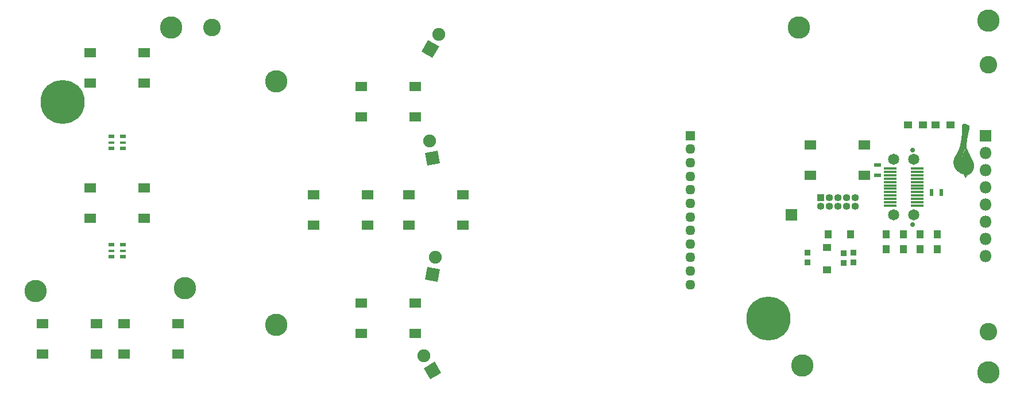
<source format=gbs>
%TF.GenerationSoftware,KiCad,Pcbnew,(5.0.0-3-g5ebb6b6)*%
%TF.CreationDate,2018-07-24T23:49:47-07:00*%
%TF.ProjectId,pyoven,70796F76656E2E6B696361645F706362,rev?*%
%TF.SameCoordinates,Original*%
%TF.FileFunction,Soldermask,Bot*%
%TF.FilePolarity,Negative*%
%FSLAX46Y46*%
G04 Gerber Fmt 4.6, Leading zero omitted, Abs format (unit mm)*
G04 Created by KiCad (PCBNEW (5.0.0-3-g5ebb6b6)) date Tuesday, July 24, 2018 at 11:49:47 PM*
%MOMM*%
%LPD*%
G01*
G04 APERTURE LIST*
%ADD10C,0.010000*%
%ADD11C,6.501600*%
%ADD12C,0.731600*%
%ADD13C,1.651600*%
%ADD14R,1.901600X0.371600*%
%ADD15R,0.851600X0.901600*%
%ADD16R,0.901600X0.601600*%
%ADD17R,0.901600X0.401600*%
%ADD18R,1.001600X0.601600*%
%ADD19R,0.601600X1.001600*%
%ADD20R,1.301600X1.001600*%
%ADD21R,1.001600X1.301600*%
%ADD22R,1.801600X1.801600*%
%ADD23R,1.651600X1.401600*%
%ADD24O,1.801600X1.801600*%
%ADD25C,1.901600*%
%ADD26C,0.100000*%
%ADD27O,1.101600X1.101600*%
%ADD28R,1.101600X1.101600*%
%ADD29C,3.301600*%
%ADD30C,2.601600*%
%ADD31O,1.451600X1.451600*%
%ADD32R,1.451600X1.451600*%
G04 APERTURE END LIST*
D10*
%TO.C,G\002A\002A\002A*%
G36*
X244276897Y-67358969D02*
X244275122Y-67321134D01*
X244272050Y-67285237D01*
X244267549Y-67249588D01*
X244261488Y-67212501D01*
X244256774Y-67187463D01*
X244249127Y-67150495D01*
X244240944Y-67115230D01*
X244231892Y-67080622D01*
X244221636Y-67045624D01*
X244209844Y-67009191D01*
X244196182Y-66970278D01*
X244180316Y-66927839D01*
X244161912Y-66880827D01*
X244147594Y-66845263D01*
X244128195Y-66798042D01*
X244108057Y-66750102D01*
X244086989Y-66701041D01*
X244064801Y-66650453D01*
X244041305Y-66597934D01*
X244016311Y-66543079D01*
X243989628Y-66485486D01*
X243961068Y-66424749D01*
X243930441Y-66360464D01*
X243897558Y-66292227D01*
X243862228Y-66219635D01*
X243824263Y-66142281D01*
X243783472Y-66059764D01*
X243739667Y-65971677D01*
X243710823Y-65913915D01*
X243670036Y-65832201D01*
X243632302Y-65756268D01*
X243597404Y-65685642D01*
X243565125Y-65619851D01*
X243535248Y-65558423D01*
X243507556Y-65500885D01*
X243481833Y-65446765D01*
X243457862Y-65395591D01*
X243435425Y-65346889D01*
X243414305Y-65300189D01*
X243394286Y-65255018D01*
X243375152Y-65210903D01*
X243356684Y-65167371D01*
X243338666Y-65123951D01*
X243320881Y-65080171D01*
X243303112Y-65035557D01*
X243285143Y-64989637D01*
X243278491Y-64972458D01*
X243269207Y-64948476D01*
X243260545Y-64926212D01*
X243252891Y-64906652D01*
X243246634Y-64890781D01*
X243242160Y-64879586D01*
X243239930Y-64874216D01*
X243235427Y-64864168D01*
X243216151Y-64879302D01*
X243202098Y-64891111D01*
X243184518Y-64907080D01*
X243164551Y-64926079D01*
X243143337Y-64946977D01*
X243122014Y-64968643D01*
X243101723Y-64989945D01*
X243083603Y-65009754D01*
X243076080Y-65018319D01*
X243014961Y-65093898D01*
X242956762Y-65175648D01*
X242901625Y-65263253D01*
X242849694Y-65356399D01*
X242801114Y-65454769D01*
X242756027Y-65558048D01*
X242714578Y-65665921D01*
X242676909Y-65778072D01*
X242643165Y-65894186D01*
X242613490Y-66013946D01*
X242604719Y-66053722D01*
X242592433Y-66112747D01*
X242581987Y-66166586D01*
X242573123Y-66216795D01*
X242565587Y-66264926D01*
X242559123Y-66312531D01*
X242553474Y-66361165D01*
X242552412Y-66371222D01*
X242550815Y-66391268D01*
X242549562Y-66416488D01*
X242548652Y-66445561D01*
X242548087Y-66477167D01*
X242547866Y-66509986D01*
X242547989Y-66542697D01*
X242548457Y-66573980D01*
X242549270Y-66602515D01*
X242550428Y-66626981D01*
X242551931Y-66646059D01*
X242552371Y-66649917D01*
X242563641Y-66720413D01*
X242579223Y-66785332D01*
X242599125Y-66844686D01*
X242623358Y-66898489D01*
X242651929Y-66946754D01*
X242684848Y-66989494D01*
X242722125Y-67026725D01*
X242763767Y-67058458D01*
X242809784Y-67084708D01*
X242856444Y-67104186D01*
X242884664Y-67113436D01*
X242910210Y-67120050D01*
X242935330Y-67124389D01*
X242962274Y-67126811D01*
X242993290Y-67127677D01*
X243003310Y-67127689D01*
X243060217Y-67127494D01*
X243062570Y-67150459D01*
X243064922Y-67173423D01*
X243030990Y-67223181D01*
X242981641Y-67222739D01*
X242923410Y-67218754D01*
X242866659Y-67207973D01*
X242811805Y-67190573D01*
X242759268Y-67166733D01*
X242709464Y-67136631D01*
X242662812Y-67100446D01*
X242635845Y-67075226D01*
X242599000Y-67034590D01*
X242566629Y-66990860D01*
X242538509Y-66943528D01*
X242514416Y-66892089D01*
X242494127Y-66836034D01*
X242477416Y-66774857D01*
X242464062Y-66708052D01*
X242458887Y-66674611D01*
X242456611Y-66653545D01*
X242454815Y-66626697D01*
X242453500Y-66595325D01*
X242452666Y-66560685D01*
X242452312Y-66524034D01*
X242452438Y-66486631D01*
X242453044Y-66449731D01*
X242454130Y-66414593D01*
X242455697Y-66382474D01*
X242457743Y-66354630D01*
X242458912Y-66343000D01*
X242474085Y-66228753D01*
X242493945Y-66113621D01*
X242518230Y-65998476D01*
X242546679Y-65884191D01*
X242579031Y-65771641D01*
X242615025Y-65661697D01*
X242654400Y-65555234D01*
X242696894Y-65453124D01*
X242742246Y-65356240D01*
X242770502Y-65301392D01*
X242817249Y-65218282D01*
X242866369Y-65139342D01*
X242917513Y-65065019D01*
X242970332Y-64995759D01*
X243024478Y-64932007D01*
X243079603Y-64874209D01*
X243135357Y-64822812D01*
X243161520Y-64801120D01*
X243179428Y-64786411D01*
X243191741Y-64775353D01*
X243198733Y-64767679D01*
X243200678Y-64763122D01*
X243200627Y-64762894D01*
X243196988Y-64748318D01*
X243192861Y-64727871D01*
X243188412Y-64702704D01*
X243183807Y-64673971D01*
X243179213Y-64642826D01*
X243174796Y-64610421D01*
X243170724Y-64577909D01*
X243167163Y-64546444D01*
X243164280Y-64517179D01*
X243163107Y-64503264D01*
X243161370Y-64473004D01*
X243160689Y-64439491D01*
X243161091Y-64402279D01*
X243162602Y-64360925D01*
X243165250Y-64314983D01*
X243169062Y-64264009D01*
X243174063Y-64207559D01*
X243180281Y-64145188D01*
X243187744Y-64076452D01*
X243190147Y-64055236D01*
X243201961Y-63957304D01*
X243215747Y-63852890D01*
X243231456Y-63742274D01*
X243249038Y-63625733D01*
X243268441Y-63503546D01*
X243289614Y-63375989D01*
X243312508Y-63243343D01*
X243337072Y-63105883D01*
X243363254Y-62963890D01*
X243391005Y-62817640D01*
X243420273Y-62667412D01*
X243451009Y-62513483D01*
X243483160Y-62356133D01*
X243516678Y-62195639D01*
X243551511Y-62032279D01*
X243587608Y-61866331D01*
X243593834Y-61838028D01*
X243600732Y-61806495D01*
X243607213Y-61776427D01*
X243613101Y-61748674D01*
X243618220Y-61724087D01*
X243622393Y-61703516D01*
X243625444Y-61687814D01*
X243627196Y-61677830D01*
X243627480Y-61675750D01*
X243627397Y-61648371D01*
X243621802Y-61619403D01*
X243611360Y-61590663D01*
X243596737Y-61563968D01*
X243578600Y-61541137D01*
X243577903Y-61540423D01*
X243565542Y-61529666D01*
X243547416Y-61516441D01*
X243524218Y-61501127D01*
X243496638Y-61484102D01*
X243465367Y-61465747D01*
X243431098Y-61446438D01*
X243394521Y-61426556D01*
X243356329Y-61406479D01*
X243317211Y-61386585D01*
X243277861Y-61367253D01*
X243238969Y-61348863D01*
X243201226Y-61331792D01*
X243181112Y-61323062D01*
X243112172Y-61295582D01*
X243047247Y-61273705D01*
X242986369Y-61257436D01*
X242929572Y-61246780D01*
X242876888Y-61241742D01*
X242828350Y-61242326D01*
X242783992Y-61248538D01*
X242745645Y-61259697D01*
X242725383Y-61269279D01*
X242703470Y-61282842D01*
X242682372Y-61298641D01*
X242664559Y-61314928D01*
X242659140Y-61320911D01*
X242647229Y-61336300D01*
X242636713Y-61352919D01*
X242627482Y-61371311D01*
X242619426Y-61392022D01*
X242612435Y-61415594D01*
X242606398Y-61442573D01*
X242601206Y-61473502D01*
X242596748Y-61508926D01*
X242592914Y-61549388D01*
X242589595Y-61595433D01*
X242586679Y-61647604D01*
X242584818Y-61688097D01*
X242584039Y-61707868D01*
X242583124Y-61733696D01*
X242582103Y-61764584D01*
X242581006Y-61799536D01*
X242579863Y-61837554D01*
X242578706Y-61877643D01*
X242577563Y-61918805D01*
X242576466Y-61960044D01*
X242575930Y-61980903D01*
X242573135Y-62086868D01*
X242570272Y-62186377D01*
X242567312Y-62280029D01*
X242564226Y-62368424D01*
X242560984Y-62452160D01*
X242557556Y-62531838D01*
X242553914Y-62608056D01*
X242550028Y-62681413D01*
X242545868Y-62752509D01*
X242541405Y-62821944D01*
X242536610Y-62890317D01*
X242531452Y-62958226D01*
X242525904Y-63026271D01*
X242522832Y-63062167D01*
X242508516Y-63214575D01*
X242492499Y-63361084D01*
X242474574Y-63502686D01*
X242454538Y-63640371D01*
X242432187Y-63775131D01*
X242407314Y-63907958D01*
X242379717Y-64039844D01*
X242349189Y-64171779D01*
X242315527Y-64304756D01*
X242278526Y-64439766D01*
X242237982Y-64577801D01*
X242193689Y-64719851D01*
X242158484Y-64827819D01*
X242139585Y-64884471D01*
X242121819Y-64936899D01*
X242104921Y-64985676D01*
X242088623Y-65031373D01*
X242072660Y-65074563D01*
X242056765Y-65115816D01*
X242040673Y-65155705D01*
X242024116Y-65194801D01*
X242006830Y-65233675D01*
X241988548Y-65272901D01*
X241969003Y-65313048D01*
X241947929Y-65354690D01*
X241925061Y-65398398D01*
X241900131Y-65444743D01*
X241872875Y-65494297D01*
X241843025Y-65547632D01*
X241810316Y-65605320D01*
X241774481Y-65667932D01*
X241737185Y-65732694D01*
X241708257Y-65782887D01*
X241682550Y-65827657D01*
X241659702Y-65867661D01*
X241639352Y-65903555D01*
X241621137Y-65935994D01*
X241604697Y-65965635D01*
X241589670Y-65993134D01*
X241575693Y-66019147D01*
X241562406Y-66044330D01*
X241549446Y-66069338D01*
X241536451Y-66094828D01*
X241525180Y-66117222D01*
X241493259Y-66182539D01*
X241465298Y-66243326D01*
X241440936Y-66300631D01*
X241419812Y-66355499D01*
X241401564Y-66408978D01*
X241385831Y-66462115D01*
X241372252Y-66515957D01*
X241360463Y-66571551D01*
X241351906Y-66619025D01*
X241342525Y-66678301D01*
X241335151Y-66732886D01*
X241329623Y-66784804D01*
X241325777Y-66836074D01*
X241323450Y-66888721D01*
X241322478Y-66944766D01*
X241322491Y-66983292D01*
X241322691Y-67009880D01*
X241322949Y-67034924D01*
X241323249Y-67057330D01*
X241323574Y-67076003D01*
X241323908Y-67089851D01*
X241324233Y-67097777D01*
X241324245Y-67097944D01*
X241333260Y-67188991D01*
X241346904Y-67278800D01*
X241364958Y-67366515D01*
X241387202Y-67451282D01*
X241413417Y-67532244D01*
X241443381Y-67608545D01*
X241470183Y-67666209D01*
X241517081Y-67752043D01*
X241570623Y-67835670D01*
X241630727Y-67917012D01*
X241697310Y-67995994D01*
X241770292Y-68072539D01*
X241849589Y-68146571D01*
X241935121Y-68218015D01*
X242026804Y-68286793D01*
X242124558Y-68352829D01*
X242228299Y-68416048D01*
X242337947Y-68476373D01*
X242346254Y-68480700D01*
X242421266Y-68517707D01*
X242499011Y-68552221D01*
X242580420Y-68584600D01*
X242666426Y-68615202D01*
X242757961Y-68644388D01*
X242814242Y-68660890D01*
X242840831Y-68668457D01*
X242939956Y-68914194D01*
X242955931Y-68953671D01*
X242971209Y-68991187D01*
X242985578Y-69026234D01*
X242998827Y-69058306D01*
X243010743Y-69086898D01*
X243021113Y-69111502D01*
X243029726Y-69131612D01*
X243036370Y-69146722D01*
X243040832Y-69156326D01*
X243042899Y-69159917D01*
X243042945Y-69159931D01*
X243045822Y-69157356D01*
X243053035Y-69149885D01*
X243064238Y-69137902D01*
X243079083Y-69121787D01*
X243097224Y-69101922D01*
X243118314Y-69078690D01*
X243142006Y-69052471D01*
X243167952Y-69023649D01*
X243195807Y-68992605D01*
X243225222Y-68959720D01*
X243248034Y-68934153D01*
X243449259Y-68708375D01*
X243488978Y-68693997D01*
X243559052Y-68665662D01*
X243625955Y-68632414D01*
X243690293Y-68593848D01*
X243752676Y-68549555D01*
X243813713Y-68499130D01*
X243874010Y-68442165D01*
X243890083Y-68425776D01*
X243950261Y-68358462D01*
X244005941Y-68285870D01*
X244056990Y-68208266D01*
X244103278Y-68125914D01*
X244144670Y-68039079D01*
X244181036Y-67948026D01*
X244212242Y-67853021D01*
X244238158Y-67754329D01*
X244248166Y-67708250D01*
X244256803Y-67663853D01*
X244263573Y-67624131D01*
X244268705Y-67587021D01*
X244272428Y-67550460D01*
X244274971Y-67512386D01*
X244276561Y-67470735D01*
X244277084Y-67447194D01*
X244277507Y-67400426D01*
X244276897Y-67358969D01*
X244276897Y-67358969D01*
G37*
X244276897Y-67358969D02*
X244275122Y-67321134D01*
X244272050Y-67285237D01*
X244267549Y-67249588D01*
X244261488Y-67212501D01*
X244256774Y-67187463D01*
X244249127Y-67150495D01*
X244240944Y-67115230D01*
X244231892Y-67080622D01*
X244221636Y-67045624D01*
X244209844Y-67009191D01*
X244196182Y-66970278D01*
X244180316Y-66927839D01*
X244161912Y-66880827D01*
X244147594Y-66845263D01*
X244128195Y-66798042D01*
X244108057Y-66750102D01*
X244086989Y-66701041D01*
X244064801Y-66650453D01*
X244041305Y-66597934D01*
X244016311Y-66543079D01*
X243989628Y-66485486D01*
X243961068Y-66424749D01*
X243930441Y-66360464D01*
X243897558Y-66292227D01*
X243862228Y-66219635D01*
X243824263Y-66142281D01*
X243783472Y-66059764D01*
X243739667Y-65971677D01*
X243710823Y-65913915D01*
X243670036Y-65832201D01*
X243632302Y-65756268D01*
X243597404Y-65685642D01*
X243565125Y-65619851D01*
X243535248Y-65558423D01*
X243507556Y-65500885D01*
X243481833Y-65446765D01*
X243457862Y-65395591D01*
X243435425Y-65346889D01*
X243414305Y-65300189D01*
X243394286Y-65255018D01*
X243375152Y-65210903D01*
X243356684Y-65167371D01*
X243338666Y-65123951D01*
X243320881Y-65080171D01*
X243303112Y-65035557D01*
X243285143Y-64989637D01*
X243278491Y-64972458D01*
X243269207Y-64948476D01*
X243260545Y-64926212D01*
X243252891Y-64906652D01*
X243246634Y-64890781D01*
X243242160Y-64879586D01*
X243239930Y-64874216D01*
X243235427Y-64864168D01*
X243216151Y-64879302D01*
X243202098Y-64891111D01*
X243184518Y-64907080D01*
X243164551Y-64926079D01*
X243143337Y-64946977D01*
X243122014Y-64968643D01*
X243101723Y-64989945D01*
X243083603Y-65009754D01*
X243076080Y-65018319D01*
X243014961Y-65093898D01*
X242956762Y-65175648D01*
X242901625Y-65263253D01*
X242849694Y-65356399D01*
X242801114Y-65454769D01*
X242756027Y-65558048D01*
X242714578Y-65665921D01*
X242676909Y-65778072D01*
X242643165Y-65894186D01*
X242613490Y-66013946D01*
X242604719Y-66053722D01*
X242592433Y-66112747D01*
X242581987Y-66166586D01*
X242573123Y-66216795D01*
X242565587Y-66264926D01*
X242559123Y-66312531D01*
X242553474Y-66361165D01*
X242552412Y-66371222D01*
X242550815Y-66391268D01*
X242549562Y-66416488D01*
X242548652Y-66445561D01*
X242548087Y-66477167D01*
X242547866Y-66509986D01*
X242547989Y-66542697D01*
X242548457Y-66573980D01*
X242549270Y-66602515D01*
X242550428Y-66626981D01*
X242551931Y-66646059D01*
X242552371Y-66649917D01*
X242563641Y-66720413D01*
X242579223Y-66785332D01*
X242599125Y-66844686D01*
X242623358Y-66898489D01*
X242651929Y-66946754D01*
X242684848Y-66989494D01*
X242722125Y-67026725D01*
X242763767Y-67058458D01*
X242809784Y-67084708D01*
X242856444Y-67104186D01*
X242884664Y-67113436D01*
X242910210Y-67120050D01*
X242935330Y-67124389D01*
X242962274Y-67126811D01*
X242993290Y-67127677D01*
X243003310Y-67127689D01*
X243060217Y-67127494D01*
X243062570Y-67150459D01*
X243064922Y-67173423D01*
X243030990Y-67223181D01*
X242981641Y-67222739D01*
X242923410Y-67218754D01*
X242866659Y-67207973D01*
X242811805Y-67190573D01*
X242759268Y-67166733D01*
X242709464Y-67136631D01*
X242662812Y-67100446D01*
X242635845Y-67075226D01*
X242599000Y-67034590D01*
X242566629Y-66990860D01*
X242538509Y-66943528D01*
X242514416Y-66892089D01*
X242494127Y-66836034D01*
X242477416Y-66774857D01*
X242464062Y-66708052D01*
X242458887Y-66674611D01*
X242456611Y-66653545D01*
X242454815Y-66626697D01*
X242453500Y-66595325D01*
X242452666Y-66560685D01*
X242452312Y-66524034D01*
X242452438Y-66486631D01*
X242453044Y-66449731D01*
X242454130Y-66414593D01*
X242455697Y-66382474D01*
X242457743Y-66354630D01*
X242458912Y-66343000D01*
X242474085Y-66228753D01*
X242493945Y-66113621D01*
X242518230Y-65998476D01*
X242546679Y-65884191D01*
X242579031Y-65771641D01*
X242615025Y-65661697D01*
X242654400Y-65555234D01*
X242696894Y-65453124D01*
X242742246Y-65356240D01*
X242770502Y-65301392D01*
X242817249Y-65218282D01*
X242866369Y-65139342D01*
X242917513Y-65065019D01*
X242970332Y-64995759D01*
X243024478Y-64932007D01*
X243079603Y-64874209D01*
X243135357Y-64822812D01*
X243161520Y-64801120D01*
X243179428Y-64786411D01*
X243191741Y-64775353D01*
X243198733Y-64767679D01*
X243200678Y-64763122D01*
X243200627Y-64762894D01*
X243196988Y-64748318D01*
X243192861Y-64727871D01*
X243188412Y-64702704D01*
X243183807Y-64673971D01*
X243179213Y-64642826D01*
X243174796Y-64610421D01*
X243170724Y-64577909D01*
X243167163Y-64546444D01*
X243164280Y-64517179D01*
X243163107Y-64503264D01*
X243161370Y-64473004D01*
X243160689Y-64439491D01*
X243161091Y-64402279D01*
X243162602Y-64360925D01*
X243165250Y-64314983D01*
X243169062Y-64264009D01*
X243174063Y-64207559D01*
X243180281Y-64145188D01*
X243187744Y-64076452D01*
X243190147Y-64055236D01*
X243201961Y-63957304D01*
X243215747Y-63852890D01*
X243231456Y-63742274D01*
X243249038Y-63625733D01*
X243268441Y-63503546D01*
X243289614Y-63375989D01*
X243312508Y-63243343D01*
X243337072Y-63105883D01*
X243363254Y-62963890D01*
X243391005Y-62817640D01*
X243420273Y-62667412D01*
X243451009Y-62513483D01*
X243483160Y-62356133D01*
X243516678Y-62195639D01*
X243551511Y-62032279D01*
X243587608Y-61866331D01*
X243593834Y-61838028D01*
X243600732Y-61806495D01*
X243607213Y-61776427D01*
X243613101Y-61748674D01*
X243618220Y-61724087D01*
X243622393Y-61703516D01*
X243625444Y-61687814D01*
X243627196Y-61677830D01*
X243627480Y-61675750D01*
X243627397Y-61648371D01*
X243621802Y-61619403D01*
X243611360Y-61590663D01*
X243596737Y-61563968D01*
X243578600Y-61541137D01*
X243577903Y-61540423D01*
X243565542Y-61529666D01*
X243547416Y-61516441D01*
X243524218Y-61501127D01*
X243496638Y-61484102D01*
X243465367Y-61465747D01*
X243431098Y-61446438D01*
X243394521Y-61426556D01*
X243356329Y-61406479D01*
X243317211Y-61386585D01*
X243277861Y-61367253D01*
X243238969Y-61348863D01*
X243201226Y-61331792D01*
X243181112Y-61323062D01*
X243112172Y-61295582D01*
X243047247Y-61273705D01*
X242986369Y-61257436D01*
X242929572Y-61246780D01*
X242876888Y-61241742D01*
X242828350Y-61242326D01*
X242783992Y-61248538D01*
X242745645Y-61259697D01*
X242725383Y-61269279D01*
X242703470Y-61282842D01*
X242682372Y-61298641D01*
X242664559Y-61314928D01*
X242659140Y-61320911D01*
X242647229Y-61336300D01*
X242636713Y-61352919D01*
X242627482Y-61371311D01*
X242619426Y-61392022D01*
X242612435Y-61415594D01*
X242606398Y-61442573D01*
X242601206Y-61473502D01*
X242596748Y-61508926D01*
X242592914Y-61549388D01*
X242589595Y-61595433D01*
X242586679Y-61647604D01*
X242584818Y-61688097D01*
X242584039Y-61707868D01*
X242583124Y-61733696D01*
X242582103Y-61764584D01*
X242581006Y-61799536D01*
X242579863Y-61837554D01*
X242578706Y-61877643D01*
X242577563Y-61918805D01*
X242576466Y-61960044D01*
X242575930Y-61980903D01*
X242573135Y-62086868D01*
X242570272Y-62186377D01*
X242567312Y-62280029D01*
X242564226Y-62368424D01*
X242560984Y-62452160D01*
X242557556Y-62531838D01*
X242553914Y-62608056D01*
X242550028Y-62681413D01*
X242545868Y-62752509D01*
X242541405Y-62821944D01*
X242536610Y-62890317D01*
X242531452Y-62958226D01*
X242525904Y-63026271D01*
X242522832Y-63062167D01*
X242508516Y-63214575D01*
X242492499Y-63361084D01*
X242474574Y-63502686D01*
X242454538Y-63640371D01*
X242432187Y-63775131D01*
X242407314Y-63907958D01*
X242379717Y-64039844D01*
X242349189Y-64171779D01*
X242315527Y-64304756D01*
X242278526Y-64439766D01*
X242237982Y-64577801D01*
X242193689Y-64719851D01*
X242158484Y-64827819D01*
X242139585Y-64884471D01*
X242121819Y-64936899D01*
X242104921Y-64985676D01*
X242088623Y-65031373D01*
X242072660Y-65074563D01*
X242056765Y-65115816D01*
X242040673Y-65155705D01*
X242024116Y-65194801D01*
X242006830Y-65233675D01*
X241988548Y-65272901D01*
X241969003Y-65313048D01*
X241947929Y-65354690D01*
X241925061Y-65398398D01*
X241900131Y-65444743D01*
X241872875Y-65494297D01*
X241843025Y-65547632D01*
X241810316Y-65605320D01*
X241774481Y-65667932D01*
X241737185Y-65732694D01*
X241708257Y-65782887D01*
X241682550Y-65827657D01*
X241659702Y-65867661D01*
X241639352Y-65903555D01*
X241621137Y-65935994D01*
X241604697Y-65965635D01*
X241589670Y-65993134D01*
X241575693Y-66019147D01*
X241562406Y-66044330D01*
X241549446Y-66069338D01*
X241536451Y-66094828D01*
X241525180Y-66117222D01*
X241493259Y-66182539D01*
X241465298Y-66243326D01*
X241440936Y-66300631D01*
X241419812Y-66355499D01*
X241401564Y-66408978D01*
X241385831Y-66462115D01*
X241372252Y-66515957D01*
X241360463Y-66571551D01*
X241351906Y-66619025D01*
X241342525Y-66678301D01*
X241335151Y-66732886D01*
X241329623Y-66784804D01*
X241325777Y-66836074D01*
X241323450Y-66888721D01*
X241322478Y-66944766D01*
X241322491Y-66983292D01*
X241322691Y-67009880D01*
X241322949Y-67034924D01*
X241323249Y-67057330D01*
X241323574Y-67076003D01*
X241323908Y-67089851D01*
X241324233Y-67097777D01*
X241324245Y-67097944D01*
X241333260Y-67188991D01*
X241346904Y-67278800D01*
X241364958Y-67366515D01*
X241387202Y-67451282D01*
X241413417Y-67532244D01*
X241443381Y-67608545D01*
X241470183Y-67666209D01*
X241517081Y-67752043D01*
X241570623Y-67835670D01*
X241630727Y-67917012D01*
X241697310Y-67995994D01*
X241770292Y-68072539D01*
X241849589Y-68146571D01*
X241935121Y-68218015D01*
X242026804Y-68286793D01*
X242124558Y-68352829D01*
X242228299Y-68416048D01*
X242337947Y-68476373D01*
X242346254Y-68480700D01*
X242421266Y-68517707D01*
X242499011Y-68552221D01*
X242580420Y-68584600D01*
X242666426Y-68615202D01*
X242757961Y-68644388D01*
X242814242Y-68660890D01*
X242840831Y-68668457D01*
X242939956Y-68914194D01*
X242955931Y-68953671D01*
X242971209Y-68991187D01*
X242985578Y-69026234D01*
X242998827Y-69058306D01*
X243010743Y-69086898D01*
X243021113Y-69111502D01*
X243029726Y-69131612D01*
X243036370Y-69146722D01*
X243040832Y-69156326D01*
X243042899Y-69159917D01*
X243042945Y-69159931D01*
X243045822Y-69157356D01*
X243053035Y-69149885D01*
X243064238Y-69137902D01*
X243079083Y-69121787D01*
X243097224Y-69101922D01*
X243118314Y-69078690D01*
X243142006Y-69052471D01*
X243167952Y-69023649D01*
X243195807Y-68992605D01*
X243225222Y-68959720D01*
X243248034Y-68934153D01*
X243449259Y-68708375D01*
X243488978Y-68693997D01*
X243559052Y-68665662D01*
X243625955Y-68632414D01*
X243690293Y-68593848D01*
X243752676Y-68549555D01*
X243813713Y-68499130D01*
X243874010Y-68442165D01*
X243890083Y-68425776D01*
X243950261Y-68358462D01*
X244005941Y-68285870D01*
X244056990Y-68208266D01*
X244103278Y-68125914D01*
X244144670Y-68039079D01*
X244181036Y-67948026D01*
X244212242Y-67853021D01*
X244238158Y-67754329D01*
X244248166Y-67708250D01*
X244256803Y-67663853D01*
X244263573Y-67624131D01*
X244268705Y-67587021D01*
X244272428Y-67550460D01*
X244274971Y-67512386D01*
X244276561Y-67470735D01*
X244277084Y-67447194D01*
X244277507Y-67400426D01*
X244276897Y-67358969D01*
%TD*%
D11*
%TO.C,J13*%
X110000000Y-58000000D03*
%TD*%
%TO.C,J10*%
X214000000Y-90000000D03*
%TD*%
D12*
%TO.C,J1*%
X235300000Y-76100000D03*
X235300000Y-65100000D03*
D13*
X235470000Y-74700000D03*
X232530000Y-74700000D03*
X235470000Y-66500000D03*
X232530000Y-66500000D03*
D14*
X236000000Y-73350000D03*
X236000000Y-72850000D03*
X236000000Y-72350000D03*
X236000000Y-71850000D03*
X236000000Y-71350000D03*
X236000000Y-70850000D03*
X236000000Y-70350000D03*
X236000000Y-69850000D03*
X236000000Y-69350000D03*
X236000000Y-68850000D03*
X236000000Y-68350000D03*
X236000000Y-67850000D03*
X232000000Y-67850000D03*
X232000000Y-68350000D03*
X232000000Y-68850000D03*
X232000000Y-69350000D03*
X232000000Y-69850000D03*
X232000000Y-70350000D03*
X232000000Y-70850000D03*
X232000000Y-71350000D03*
X232000000Y-71850000D03*
X232000000Y-72350000D03*
X232000000Y-72850000D03*
X232000000Y-73350000D03*
%TD*%
D15*
%TO.C,C18*%
X226600000Y-81750000D03*
X226600000Y-80250000D03*
%TD*%
D16*
%TO.C,LED2*%
X118850000Y-80900000D03*
D17*
X118850000Y-80000000D03*
D16*
X118850000Y-79100000D03*
X117150000Y-79100000D03*
D17*
X117150000Y-80000000D03*
D16*
X117150000Y-80900000D03*
%TD*%
%TO.C,LED1*%
X118850000Y-64900000D03*
D17*
X118850000Y-64000000D03*
D16*
X118850000Y-63100000D03*
X117150000Y-63100000D03*
D17*
X117150000Y-64000000D03*
D16*
X117150000Y-64900000D03*
%TD*%
D18*
%TO.C,R21*%
X230100000Y-68850000D03*
X230100000Y-67350000D03*
%TD*%
D19*
%TO.C,R22*%
X239550000Y-71400000D03*
X238050000Y-71400000D03*
%TD*%
D20*
%TO.C,D3*%
X222700000Y-79550000D03*
X222700000Y-82850000D03*
%TD*%
D21*
%TO.C,D4*%
X222850000Y-77600000D03*
X226150000Y-77600000D03*
%TD*%
%TO.C,D9*%
X231400000Y-77600000D03*
X231400000Y-79800000D03*
%TD*%
%TO.C,D10*%
X233900000Y-79800000D03*
X233900000Y-77600000D03*
%TD*%
%TO.C,D11*%
X236400000Y-77600000D03*
X236400000Y-79800000D03*
%TD*%
%TO.C,D12*%
X238900000Y-79800000D03*
X238900000Y-77600000D03*
%TD*%
D22*
%TO.C,J17*%
X217400000Y-74700000D03*
%TD*%
D20*
%TO.C,R23*%
X234600000Y-61400000D03*
X236800000Y-61400000D03*
%TD*%
%TO.C,R24*%
X240900000Y-61400000D03*
X238700000Y-61400000D03*
%TD*%
D23*
%TO.C,SW9*%
X220220000Y-68850000D03*
X220220000Y-64350000D03*
X228180000Y-64350000D03*
X228180000Y-68850000D03*
%TD*%
D24*
%TO.C,J3*%
X246000000Y-80780000D03*
X246000000Y-78240000D03*
X246000000Y-75700000D03*
X246000000Y-73160000D03*
X246000000Y-70620000D03*
X246000000Y-68080000D03*
X246000000Y-65540000D03*
D22*
X246000000Y-63000000D03*
%TD*%
D25*
%TO.C,D2*%
X164500000Y-66300000D03*
D26*
G36*
X165601460Y-67071251D02*
X163728749Y-67401460D01*
X163398540Y-65528749D01*
X165271251Y-65198540D01*
X165601460Y-67071251D01*
X165601460Y-67071251D01*
G37*
D25*
X164058934Y-63798588D03*
%TD*%
%TO.C,D5*%
X164941066Y-80998588D03*
X164500000Y-83500000D03*
D26*
G36*
X165271251Y-84601460D02*
X163398540Y-84271251D01*
X163728749Y-82398540D01*
X165601460Y-82728749D01*
X165271251Y-84601460D01*
X165271251Y-84601460D01*
G37*
%TD*%
D25*
%TO.C,D6*%
X164200000Y-50200000D03*
D26*
G36*
X164548017Y-51498817D02*
X162901183Y-50548017D01*
X163851983Y-48901183D01*
X165498817Y-49851983D01*
X164548017Y-51498817D01*
X164548017Y-51498817D01*
G37*
D25*
X165470000Y-48000295D03*
%TD*%
%TO.C,D7*%
X163230000Y-95500295D03*
X164500000Y-97700000D03*
D26*
G36*
X165798817Y-98048017D02*
X164151983Y-98998817D01*
X163201183Y-97351983D01*
X164848017Y-96401183D01*
X165798817Y-98048017D01*
X165798817Y-98048017D01*
G37*
%TD*%
D27*
%TO.C,J19*%
X226780000Y-73470000D03*
X226780000Y-72200000D03*
X225510000Y-73470000D03*
X225510000Y-72200000D03*
X224240000Y-73470000D03*
X224240000Y-72200000D03*
X222970000Y-73470000D03*
X222970000Y-72200000D03*
X221700000Y-73470000D03*
D28*
X221700000Y-72200000D03*
%TD*%
D29*
%TO.C,J15*%
X141500000Y-91000000D03*
%TD*%
D30*
%TO.C,J12*%
X132000000Y-47000000D03*
%TD*%
D29*
%TO.C,J16*%
X128000000Y-85500000D03*
%TD*%
%TO.C,J14*%
X141500000Y-55000000D03*
%TD*%
%TO.C,J18*%
X126000000Y-47000000D03*
%TD*%
%TO.C,J11*%
X106000000Y-86000000D03*
%TD*%
D23*
%TO.C,SW8*%
X161020000Y-71750000D03*
X161020000Y-76250000D03*
X168980000Y-76250000D03*
X168980000Y-71750000D03*
%TD*%
%TO.C,SW7*%
X161980000Y-55750000D03*
X161980000Y-60250000D03*
X154020000Y-60250000D03*
X154020000Y-55750000D03*
%TD*%
%TO.C,SW6*%
X154020000Y-87750000D03*
X154020000Y-92250000D03*
X161980000Y-92250000D03*
X161980000Y-87750000D03*
%TD*%
%TO.C,SW5*%
X154980000Y-71750000D03*
X154980000Y-76250000D03*
X147020000Y-76250000D03*
X147020000Y-71750000D03*
%TD*%
%TO.C,SW4*%
X119020000Y-90750000D03*
X119020000Y-95250000D03*
X126980000Y-95250000D03*
X126980000Y-90750000D03*
%TD*%
%TO.C,SW3*%
X121980000Y-70750000D03*
X121980000Y-75250000D03*
X114020000Y-75250000D03*
X114020000Y-70750000D03*
%TD*%
%TO.C,SW2*%
X114020000Y-50750000D03*
X114020000Y-55250000D03*
X121980000Y-55250000D03*
X121980000Y-50750000D03*
%TD*%
%TO.C,SW1*%
X114980000Y-90750000D03*
X114980000Y-95250000D03*
X107020000Y-95250000D03*
X107020000Y-90750000D03*
%TD*%
D30*
%TO.C,J9*%
X246500000Y-92000000D03*
%TD*%
%TO.C,J8*%
X246500000Y-52500000D03*
%TD*%
D29*
%TO.C,J6*%
X219000000Y-97000000D03*
%TD*%
%TO.C,J4*%
X218500000Y-47000000D03*
%TD*%
%TO.C,J5*%
X246500000Y-46000000D03*
%TD*%
%TO.C,J7*%
X246500000Y-98000000D03*
%TD*%
D31*
%TO.C,J2*%
X202500000Y-85000000D03*
X202500000Y-83000000D03*
X202500000Y-81000000D03*
X202500000Y-79000000D03*
X202500000Y-77000000D03*
X202500000Y-75000000D03*
X202500000Y-73000000D03*
X202500000Y-71000000D03*
X202500000Y-69000000D03*
X202500000Y-67000000D03*
X202500000Y-65000000D03*
D32*
X202500000Y-63000000D03*
%TD*%
D15*
%TO.C,C2*%
X225100000Y-80350000D03*
X225100000Y-81850000D03*
%TD*%
%TO.C,C1*%
X219800000Y-80250000D03*
X219800000Y-81750000D03*
%TD*%
M02*

</source>
